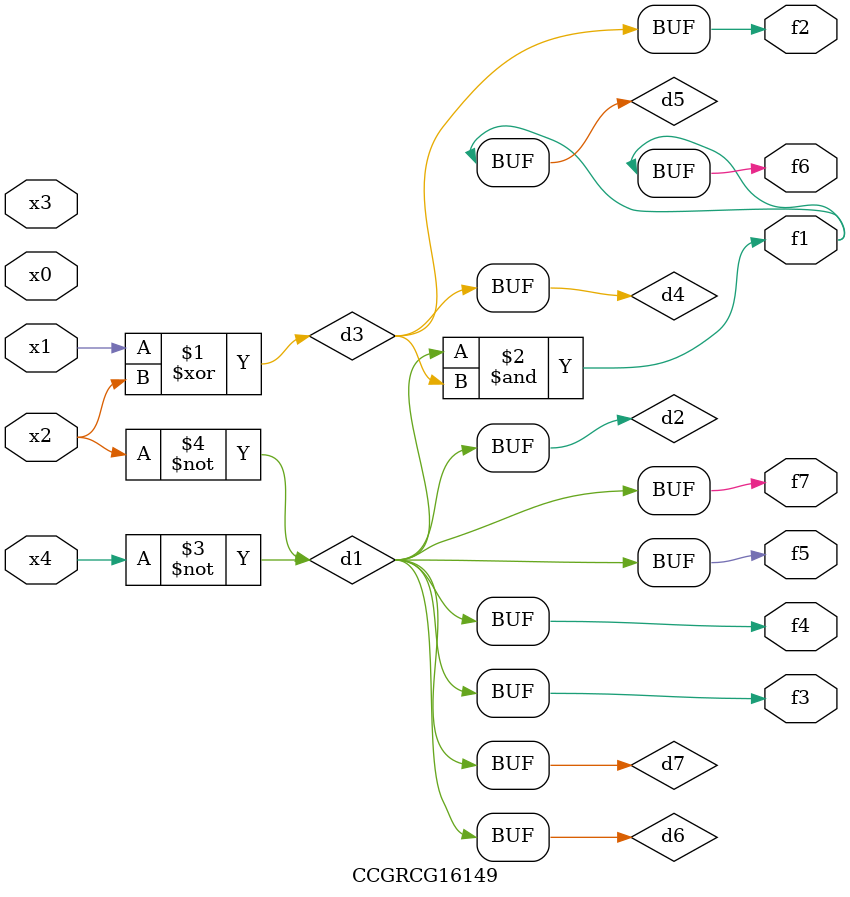
<source format=v>
module CCGRCG16149(
	input x0, x1, x2, x3, x4,
	output f1, f2, f3, f4, f5, f6, f7
);

	wire d1, d2, d3, d4, d5, d6, d7;

	not (d1, x4);
	not (d2, x2);
	xor (d3, x1, x2);
	buf (d4, d3);
	and (d5, d1, d3);
	buf (d6, d1, d2);
	buf (d7, d2);
	assign f1 = d5;
	assign f2 = d4;
	assign f3 = d7;
	assign f4 = d7;
	assign f5 = d7;
	assign f6 = d5;
	assign f7 = d7;
endmodule

</source>
